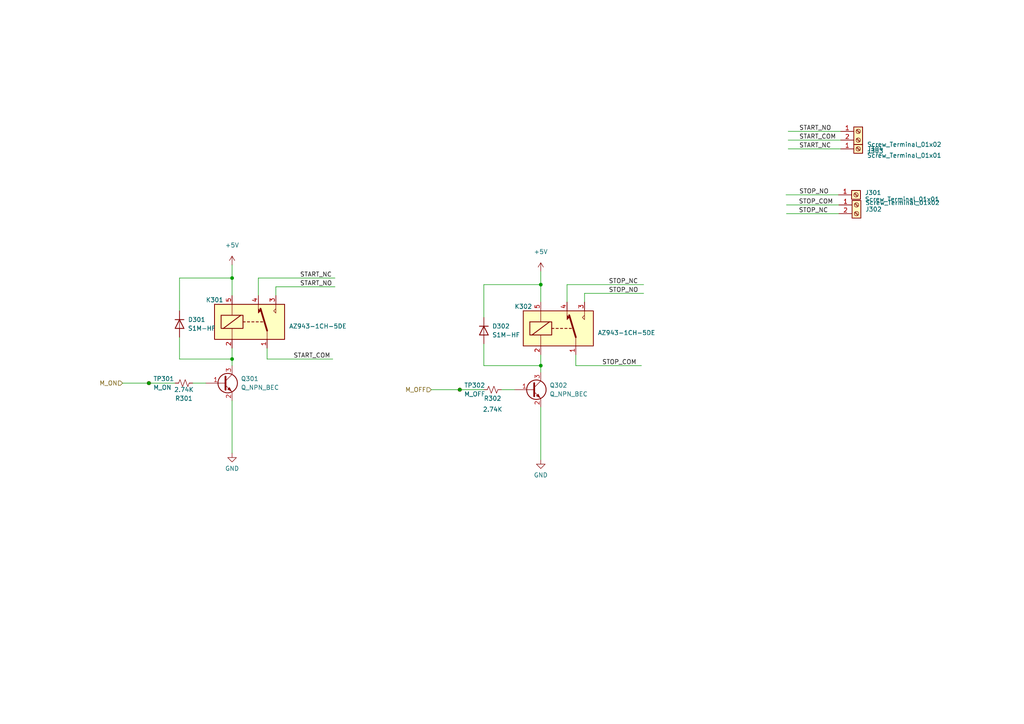
<source format=kicad_sch>
(kicad_sch (version 20211123) (generator eeschema)
  (paper "A4")
  (title_block (title "varun_rx") (date "2022-08-05") (rev "0.2") (company "DYULABS PRIVATE LIMITED") (comment 1 "SMA connector") (comment 2 "Proto v0.2") (comment 3 "varun_nr_at826_rx") (comment 4 "Hitesh Joshi"))
  (lib_symbols
    (symbol "Connector:Screw_Terminal_01x01" (pin_names (offset 1.016) hide)
      (property "Reference" "J" (at 0 2.54 0))
      (property "Value" "Screw_Terminal_01x01" (at 0 -2.54 0))
      (symbol "Screw_Terminal_01x01_1_1"
        (rectangle (start -1.27 1.27) (end 1.27 -1.27) (stroke (width 0.254)) (fill (type background)))
        (polyline (pts (xy -0.5334 0.3302) (xy 0.3302 -0.508)) (stroke (width 0.1524)))
        (polyline (pts (xy -0.3556 0.508) (xy 0.508 -0.3302)) (stroke (width 0.1524)))
        (circle (center 0 0) (radius 0.635) (stroke (width 0.1524)))
        (pin passive line (at -5.08 0 0) (length 3.81) (name "Pin_1") (number "1"))
      )
    )
    (symbol "Connector:Screw_Terminal_01x02" (pin_names (offset 1.016) hide)
      (property "Reference" "J" (at 0 2.54 0))
      (property "Value" "Screw_Terminal_01x02" (at 0 -5.08 0))
      (symbol "Screw_Terminal_01x02_1_1"
        (rectangle (start -1.27 1.27) (end 1.27 -3.81) (stroke (width 0.254)) (fill (type background)))
        (circle (center 0 -2.54) (radius 0.635) (stroke (width 0.1524)))
        (polyline (pts (xy -0.5334 -2.2098) (xy 0.3302 -3.048)) (stroke (width 0.1524)))
        (polyline (pts (xy -0.5334 0.3302) (xy 0.3302 -0.508)) (stroke (width 0.1524)))
        (polyline (pts (xy -0.3556 -2.032) (xy 0.508 -2.8702)) (stroke (width 0.1524)))
        (polyline (pts (xy -0.3556 0.508) (xy 0.508 -0.3302)) (stroke (width 0.1524)))
        (circle (center 0 0) (radius 0.635) (stroke (width 0.1524)))
        (pin passive line (at -5.08 0 0) (length 3.81) (name "Pin_1") (number "1"))
        (pin passive line (at -5.08 -2.54 0) (length 3.81) (name "Pin_2") (number "2"))
      )
    )
    (symbol "Connector:TestPoint_Small" (pin_numbers hide) (pin_names (offset 0.762) hide)
      (property "Reference" "TP" (at 0 3.81 0))
      (property "Value" "TestPoint_Small" (at 0 2.032 0))
      (symbol "TestPoint_Small_0_1"
        (circle (center 0 0) (radius 0.508))
      )
      (symbol "TestPoint_Small_1_1"
        (pin passive line (at 0 0 90) (length 0) (name "1") (number "1"))
      )
    )
    (symbol "Device:Q_NPN_BEC" (pin_names (offset 0) hide)
      (property "Reference" "Q" (at 5.08 1.27 0))
      (property "Value" "Q_NPN_BEC" (at 5.08 -1.27 0))
      (symbol "Q_NPN_BEC_0_1"
        (polyline (pts (xy 0.635 0.635) (xy 2.54 2.54)))
        (polyline (pts (xy 0.635 -0.635) (xy 2.54 -2.54) (xy 2.54 -2.54)))
        (polyline (pts (xy 0.635 1.905) (xy 0.635 -1.905) (xy 0.635 -1.905)) (stroke (width 0.508)))
        (polyline (pts (xy 1.27 -1.778) (xy 1.778 -1.27) (xy 2.286 -2.286) (xy 1.27 -1.778) (xy 1.27 -1.778)) (fill (type outline)))
        (circle (center 1.27 0) (radius 2.8194) (stroke (width 0.254)))
      )
      (symbol "Q_NPN_BEC_1_1"
        (pin input line (at -5.08 0 0) (length 5.715) (name "B") (number "1"))
        (pin passive line (at 2.54 -5.08 90) (length 2.54) (name "E") (number "2"))
        (pin passive line (at 2.54 5.08 270) (length 2.54) (name "C") (number "3"))
      )
    )
    (symbol "Device:R_Small_US" (pin_numbers hide) (pin_names (offset 0.254) hide)
      (property "Reference" "R" (at 0.762 0.508 0))
      (property "Value" "R_Small_US" (at 0.762 -1.016 0))
      (symbol "R_Small_US_1_1"
        (polyline (pts (xy 0 0) (xy 1.016 -0.381) (xy 0 -0.762) (xy -1.016 -1.143) (xy 0 -1.524)))
        (polyline (pts (xy 0 1.524) (xy 1.016 1.143) (xy 0 0.762) (xy -1.016 0.381) (xy 0 0)))
        (pin passive line (at 0 2.54 270) (length 1.016) (name "~") (number "1"))
        (pin passive line (at 0 -2.54 90) (length 1.016) (name "~") (number "2"))
      )
    )
    (symbol "Diode:US1M" (pin_numbers hide) (pin_names (offset 1.016) hide)
      (property "Reference" "D" (at 0 2.54 0))
      (property "Value" "US1M" (at 0 -2.54 0))
      (symbol "US1M_0_1"
        (polyline (pts (xy -1.27 1.27) (xy -1.27 -1.27)) (stroke (width 0.254)))
        (polyline (pts (xy 1.27 0) (xy -1.27 0)))
        (polyline (pts (xy 1.27 1.27) (xy 1.27 -1.27) (xy -1.27 0) (xy 1.27 1.27)) (stroke (width 0.254)))
      )
      (symbol "US1M_1_1"
        (pin passive line (at -3.81 0 0) (length 2.54) (name "K") (number "1"))
        (pin passive line (at 3.81 0 180) (length 2.54) (name "A") (number "2"))
      )
    )
    (symbol "Relay:G5LE-1"
      (property "Reference" "K" (at 11.43 3.81 0))
      (property "Value" "G5LE-1" (at 11.43 1.27 0))
      (symbol "G5LE-1_0_0"
        (polyline (pts (xy 7.62 5.08) (xy 7.62 2.54) (xy 6.985 3.175) (xy 7.62 3.81)))
      )
      (symbol "G5LE-1_0_1"
        (rectangle (start -10.16 5.08) (end 10.16 -5.08) (stroke (width 0.254)) (fill (type background)))
        (rectangle (start -8.255 1.905) (end -1.905 -1.905) (stroke (width 0.254)))
        (polyline (pts (xy -7.62 -1.905) (xy -2.54 1.905)) (stroke (width 0.254)))
        (polyline (pts (xy -5.08 -5.08) (xy -5.08 -1.905)))
        (polyline (pts (xy -5.08 5.08) (xy -5.08 1.905)))
        (polyline (pts (xy -1.905 0) (xy -1.27 0)) (stroke (width 0.254)))
        (polyline (pts (xy -0.635 0) (xy 0 0)) (stroke (width 0.254)))
        (polyline (pts (xy 0.635 0) (xy 1.27 0)) (stroke (width 0.254)))
        (polyline (pts (xy 1.905 0) (xy 2.54 0)) (stroke (width 0.254)))
        (polyline (pts (xy 3.175 0) (xy 3.81 0)) (stroke (width 0.254)))
        (polyline (pts (xy 5.08 -2.54) (xy 3.175 3.81)) (stroke (width 0.508)))
        (polyline (pts (xy 5.08 -2.54) (xy 5.08 -5.08)))
        (polyline (pts (xy 2.54 5.08) (xy 2.54 2.54) (xy 3.175 3.175) (xy 2.54 3.81)) (fill (type outline)))
      )
      (symbol "G5LE-1_1_1"
        (pin passive line (at 5.08 -7.62 90) (length 2.54) (name "~") (number "1"))
        (pin passive line (at -5.08 -7.62 90) (length 2.54) (name "~") (number "2"))
        (pin passive line (at 7.62 7.62 270) (length 2.54) (name "~") (number "3"))
        (pin passive line (at 2.54 7.62 270) (length 2.54) (name "~") (number "4"))
        (pin passive line (at -5.08 7.62 270) (length 2.54) (name "~") (number "5"))
      )
    )
    (symbol "power:+5V" (power) (pin_names (offset 0))
      (property "Value" "+5V" (at 0 3.556 0))
      (symbol "+5V_0_1"
        (polyline (pts (xy -0.762 1.27) (xy 0 2.54)))
        (polyline (pts (xy 0 0) (xy 0 2.54)))
        (polyline (pts (xy 0 2.54) (xy 0.762 1.27)))
      )
      (symbol "+5V_1_1"
        (pin power_in line (at 0 0 90) (length 0) hide (name "+5V") (number "1"))
      )
    )
    (symbol "power:GND" (power) (pin_names (offset 0))
      (property "Value" "GND" (at 0 -3.81 0))
      (symbol "GND_0_1"
        (polyline (pts (xy 0 0) (xy 0 -1.27) (xy 1.27 -1.27) (xy 0 -2.54) (xy -1.27 -1.27) (xy 0 -1.27)))
      )
      (symbol "GND_1_1"
        (pin power_in line (at 0 0 270) (length 0) hide (name "GND") (number "1"))
      )
    )
  )
  (junction (at 156.845 106.045))
  (junction (at 156.845 82.55))
  (junction (at 67.31 80.645))
  (junction (at 43.18 111.125))
  (junction (at 133.35 113.03))
  (junction (at 67.31 104.14))
  (wire (pts (xy 156.845 82.55) (xy 156.845 78.74)))
  (wire (pts (xy 156.845 87.63) (xy 156.845 82.55)))
  (wire (pts (xy 52.07 80.645) (xy 52.07 90.17)))
  (wire (pts (xy 80.01 83.185) (xy 97.155 83.185)))
  (wire (pts (xy 228.6 40.64) (xy 243.84 40.64)))
  (wire (pts (xy 67.31 80.645) (xy 67.31 76.835)))
  (wire (pts (xy 67.31 116.205) (xy 67.31 131.445)))
  (wire (pts (xy 227.965 56.515) (xy 243.205 56.515)))
  (wire (pts (xy 156.845 102.87) (xy 156.845 106.045)))
  (wire (pts (xy 164.465 82.55) (xy 186.69 82.55)))
  (wire (pts (xy 52.07 97.79) (xy 52.07 104.14)))
  (wire (pts (xy 74.93 80.645) (xy 97.155 80.645)))
  (wire (pts (xy 228.092 59.436) (xy 243.332 59.436)))
  (wire (pts (xy 74.93 85.725) (xy 74.93 80.645)))
  (wire (pts (xy 67.31 85.725) (xy 67.31 80.645)))
  (wire (pts (xy 228.6 38.1) (xy 243.84 38.1)))
  (wire (pts (xy 140.335 99.695) (xy 140.335 106.045)))
  (wire (pts (xy 133.35 113.03) (xy 140.335 113.03)))
  (wire (pts (xy 140.335 82.55) (xy 140.335 92.075)))
  (wire (pts (xy 67.31 100.965) (xy 67.31 104.14)))
  (wire (pts (xy 52.07 104.14) (xy 67.31 104.14)))
  (wire (pts (xy 43.18 111.125) (xy 50.8 111.125)))
  (wire (pts (xy 156.845 118.11) (xy 156.845 133.35)))
  (wire (pts (xy 67.31 104.14) (xy 67.31 106.045)))
  (wire (pts (xy 35.56 111.125) (xy 43.18 111.125)))
  (wire (pts (xy 145.415 113.03) (xy 149.225 113.03)))
  (wire (pts (xy 55.88 111.125) (xy 59.69 111.125)))
  (wire (pts (xy 156.845 106.045) (xy 156.845 107.95)))
  (wire (pts (xy 77.47 100.965) (xy 77.47 104.14)))
  (wire (pts (xy 80.01 85.725) (xy 80.01 83.185)))
  (wire (pts (xy 140.335 106.045) (xy 156.845 106.045)))
  (wire (pts (xy 77.47 104.14) (xy 96.52 104.14)))
  (wire (pts (xy 243.332 61.976) (xy 228.092 61.976)))
  (wire (pts (xy 169.545 87.63) (xy 169.545 85.09)))
  (wire (pts (xy 164.465 87.63) (xy 164.465 82.55)))
  (wire (pts (xy 67.31 80.645) (xy 52.07 80.645)))
  (wire (pts (xy 140.335 82.55) (xy 156.845 82.55)))
  (wire (pts (xy 169.545 85.09) (xy 186.69 85.09)))
  (wire (pts (xy 167.005 102.87) (xy 167.005 106.045)))
  (wire (pts (xy 228.6 43.18) (xy 243.84 43.18)))
  (wire (pts (xy 167.005 106.045) (xy 186.055 106.045)))
  (wire (pts (xy 125.095 113.03) (xy 133.35 113.03)))
  (label "STOP_NC" (at 176.53 82.55 0))
  (label "START_COM" (at 85.09 104.14 0))
  (label "START_NC" (at 231.775 43.18 0))
  (label "START_NO" (at 86.995 83.185 0))
  (label "START_NO" (at 231.775 38.1 0))
  (label "STOP_NO" (at 176.53 85.09 0))
  (label "STOP_NC" (at 231.648 61.976 0))
  (label "STOP_COM" (at 231.648 59.436 0))
  (label "START_NC" (at 86.995 80.645 0))
  (label "STOP_COM" (at 174.625 106.045 0))
  (label "STOP_NO" (at 231.775 56.515 0))
  (label "START_COM" (at 231.775 40.64 0))
  (hierarchical_label "M_ON" (shape input) (at 35.56 111.125 180))
  (hierarchical_label "M_OFF" (shape input) (at 125.095 113.03 180))
  (symbol (lib_id "Relay:G5LE-1") (at 72.39 93.345 0) (unit 1)
    (property "Reference" "K301" (at 59.69 86.995 0) (effects (justify left)))
    (property "Value" "AZ943-1CH-5DE" (at 83.82 94.615 0) (effects (justify left)))
    (property "Footprint" "Relay_THT:Relay_SPDT_SANYOU_SRD_Series_Form_C" (effects hide))
    (property "Datasheet" "http://www.omron.com/ecb/products/pdf/en-g5le.pdf" (effects hide))
    (property "MFPN" "AZ943-1CH-5DE" (effects hide))
    (property "Manufacturer" "American Zettler" (effects hide))
    (property "Config" "+m,+a" (effects hide))
    (property "Distributor" "DigiKey" (effects hide))
  )
  (symbol (lib_id "Connector:TestPoint_Small") (at 133.35 113.03 0) (unit 1)
    (property "Reference" "TP302" (at 134.62 111.7599 0) (effects (justify left)))
    (property "Value" "M_OFF" (at 134.62 114.2999 0) (effects (justify left)))
    (property "Footprint" "TestPoint:TestPoint_THTPad_D1.0mm_Drill0.5mm" (effects hide))
    (property "Config" "dnp" (effects hide))
  )
  (symbol (lib_id "power:GND") (at 156.845 133.35 0) (unit 1)
    (property "Reference" "#PWR0304" (effects hide))
    (property "Value" "GND" (at 156.845 137.795 0))
  )
  (symbol (lib_id "power:+5V") (at 156.845 78.74 0) (unit 1)
    (property "Reference" "#PWR0303" (effects hide))
    (property "Value" "+5V" (at 156.845 73.025 0))
  )
  (symbol (lib_id "Device:R_Small_US") (at 142.875 113.03 270) (unit 1)
    (property "Reference" "R302" (at 142.875 115.57 90))
    (property "Value" "2.74K" (at 142.875 118.745 90))
    (property "Footprint" "Resistor_SMD:R_0402_1005Metric" (effects hide))
    (property "MFPN" "WR04X2741FTL" (effects hide))
    (property "Manufacturer" "Walsin" (effects hide))
    (property "Config" "+m,+a" (effects hide))
    (property "Distributor" "Mouser" (effects hide))
  )
  (symbol (lib_id "Connector:Screw_Terminal_01x01") (at 248.285 56.515 0) (unit 1) (in_bom no)
    (property "Reference" "J301" (at 250.825 55.88 0) (effects (justify left)))
    (property "Value" "Screw_Terminal_01x01" (at 250.825 57.785 0) (effects (justify left)))
    (property "Footprint" "Connector_PinHeader_2.54mm:PinHeader_1x01_P2.54mm_Vertical" (effects hide))
    (property "MFPN" "Generic" (effects hide))
    (property "Manufacturer" "Generic" (effects hide))
    (property "Config" "dnp" (effects hide))
  )
  (symbol (lib_id "Diode:US1M") (at 140.335 95.885 270) (unit 1)
    (property "Reference" "D302" (at 142.748 94.6149 90) (effects (justify left)))
    (property "Value" "S1M-HF" (at 142.748 97.1549 90) (effects (justify left)))
    (property "Footprint" "Diode_SMD:D_SMA" (effects hide))
    (property "Datasheet" "https://www.diodes.com/assets/Datasheets/ds16008.pdf" (effects hide))
    (property "MFPN" "S1M-HF" (effects hide))
    (property "Manufacturer" "Comchip" (effects hide))
    (property "Config" "+m,+a" (effects hide))
    (property "Distributor" "Mouser" (effects hide))
  )
  (symbol (lib_id "Device:Q_NPN_BEC") (at 64.77 111.125 0) (unit 1)
    (property "Reference" "Q301" (at 69.85 109.8549 0) (effects (justify left)))
    (property "Value" "Q_NPN_BEC" (at 69.85 112.3949 0) (effects (justify left)))
    (property "Footprint" "Package_TO_SOT_SMD:TSOT-23" (effects hide))
    (property "MFPN" "PMBT3904,235" (effects hide))
    (property "Manufacturer" "Nexperia" (effects hide))
    (property "Config" "+m,+a" (effects hide))
    (property "Distributor" "Mouser" (effects hide))
  )
  (symbol (lib_id "Device:R_Small_US") (at 53.34 111.125 270) (unit 1)
    (property "Reference" "R301" (at 53.34 115.57 90))
    (property "Value" "2.74K" (at 53.34 113.03 90))
    (property "Footprint" "Resistor_SMD:R_0402_1005Metric" (effects hide))
    (property "MFPN" "WR04X2741FTL" (effects hide))
    (property "Manufacturer" "Walsin" (effects hide))
    (property "Config" "+m,+a" (effects hide))
    (property "Distributor" "Mouser" (effects hide))
  )
  (symbol (lib_id "Device:Q_NPN_BEC") (at 154.305 113.03 0) (unit 1)
    (property "Reference" "Q302" (at 159.385 111.7599 0) (effects (justify left)))
    (property "Value" "Q_NPN_BEC" (at 159.385 114.2999 0) (effects (justify left)))
    (property "Footprint" "Package_TO_SOT_SMD:TSOT-23" (effects hide))
    (property "MFPN" "PMBT3904,235" (effects hide))
    (property "Manufacturer" "Nexperia" (effects hide))
    (property "Config" "+m,+a" (effects hide))
    (property "Distributor" "Mouser" (effects hide))
  )
  (symbol (lib_id "Connector:Screw_Terminal_01x02") (at 248.412 59.436 0) (unit 1)
    (property "Reference" "J302" (at 250.952 60.706 0) (effects (justify left)))
    (property "Value" "Screw_Terminal_01x02" (at 250.952 58.801 0) (effects (justify left)))
    (property "Footprint" "DYULIBS_FOOTPRINT:CUI_TB002-500-02BE" (effects hide))
    (property "MFPN" "TB002-500-02BE" (effects hide))
    (property "Manufacturer" "CUI Devices" (effects hide))
    (property "Config" "+m,+a" (effects hide))
    (property "Distributor" "Mouser" (effects hide))
  )
  (symbol (lib_id "Connector:Screw_Terminal_01x02") (at 248.92 38.1 0) (unit 1)
    (property "Reference" "J303" (at 251.46 43.815 0) (effects (justify left)))
    (property "Value" "Screw_Terminal_01x02" (at 251.46 41.91 0) (effects (justify left)))
    (property "Footprint" "DYULIBS_FOOTPRINT:CUI_TB002-500-02BE" (effects hide))
    (property "MFPN" "TB002-500-02BE" (effects hide))
    (property "Manufacturer" "CUI Devices" (effects hide))
    (property "Config" "+m,+a" (effects hide))
    (property "Distributor" "Mouser" (effects hide))
  )
  (symbol (lib_id "power:+5V") (at 67.31 76.835 0) (unit 1)
    (property "Reference" "#PWR0301" (effects hide))
    (property "Value" "+5V" (at 67.31 71.12 0))
  )
  (symbol (lib_id "Relay:G5LE-1") (at 161.925 95.25 0) (unit 1)
    (property "Reference" "K302" (at 149.225 88.9 0) (effects (justify left)))
    (property "Value" "AZ943-1CH-5DE" (at 173.355 96.52 0) (effects (justify left)))
    (property "Footprint" "Relay_THT:Relay_SPDT_SANYOU_SRD_Series_Form_C" (effects hide))
    (property "Datasheet" "http://www.omron.com/ecb/products/pdf/en-g5le.pdf" (effects hide))
    (property "MFPN" "AZ943-1CH-5DE" (effects hide))
    (property "Manufacturer" "American Zettler" (effects hide))
    (property "Config" "+m,+a" (effects hide))
    (property "Distributor" "DigiKey" (effects hide))
  )
  (symbol (lib_id "Connector:TestPoint_Small") (at 43.18 111.125 0) (unit 1)
    (property "Reference" "TP301" (at 44.45 109.8549 0) (effects (justify left)))
    (property "Value" "M_ON" (at 44.45 112.3949 0) (effects (justify left)))
    (property "Footprint" "TestPoint:TestPoint_THTPad_D1.0mm_Drill0.5mm" (effects hide))
    (property "Config" "dnp" (effects hide))
  )
  (symbol (lib_id "power:GND") (at 67.31 131.445 0) (unit 1)
    (property "Reference" "#PWR0302" (effects hide))
    (property "Value" "GND" (at 67.31 135.89 0))
  )
  (symbol (lib_id "Diode:US1M") (at 52.07 93.98 270) (unit 1)
    (property "Reference" "D301" (at 54.483 92.7099 90) (effects (justify left)))
    (property "Value" "S1M-HF" (at 54.483 95.2499 90) (effects (justify left)))
    (property "Footprint" "Diode_SMD:D_SMA" (effects hide))
    (property "Datasheet" "https://www.diodes.com/assets/Datasheets/ds16008.pdf" (effects hide))
    (property "MFPN" "S1M-HF" (effects hide))
    (property "Manufacturer" "Comchip" (effects hide))
    (property "Config" "+m,+a" (effects hide))
    (property "Distributor" "Mouser" (effects hide))
  )
  (symbol (lib_id "Connector:Screw_Terminal_01x01") (at 248.92 43.18 0) (unit 1) (in_bom no)
    (property "Reference" "J304" (at 251.46 43.18 0) (effects (justify left)))
    (property "Value" "Screw_Terminal_01x01" (at 251.46 45.085 0) (effects (justify left)))
    (property "Footprint" "Connector_PinHeader_2.54mm:PinHeader_1x01_P2.54mm_Vertical" (effects hide))
    (property "MFPN" "Generic" (effects hide))
    (property "Manufacturer" "Generic" (effects hide))
    (property "Config" "dnp" (effects hide))
  )
)
</source>
